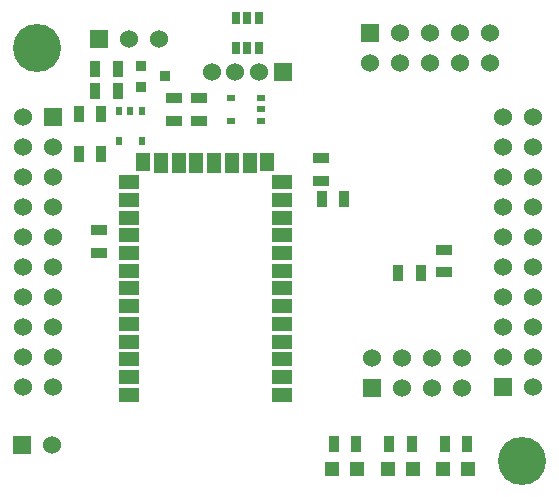
<source format=gts>
G04 (created by PCBNEW (2013-may-18)-stable) date Вт 16 фев 2016 22:09:58*
%MOIN*%
G04 Gerber Fmt 3.4, Leading zero omitted, Abs format*
%FSLAX34Y34*%
G01*
G70*
G90*
G04 APERTURE LIST*
%ADD10C,0.00590551*%
%ADD11R,0.036X0.036*%
%ADD12R,0.0276X0.0394*%
%ADD13R,0.02X0.03*%
%ADD14R,0.03X0.02*%
%ADD15R,0.035X0.055*%
%ADD16R,0.055X0.035*%
%ADD17R,0.06X0.06*%
%ADD18C,0.06*%
%ADD19R,0.0472X0.0472*%
%ADD20R,0.0669X0.0472*%
%ADD21R,0.0472X0.0629*%
%ADD22R,0.0472X0.0669*%
%ADD23C,0.16*%
G04 APERTURE END LIST*
G54D10*
G54D11*
X29200Y-17750D03*
X29200Y-17050D03*
X30000Y-17400D03*
G54D12*
X33125Y-16450D03*
X32750Y-16450D03*
X32375Y-16450D03*
X32375Y-15450D03*
X32750Y-15450D03*
X33125Y-15450D03*
G54D13*
X29225Y-18550D03*
X28475Y-18550D03*
X29225Y-19550D03*
X28850Y-18550D03*
X28475Y-19550D03*
G54D14*
X33200Y-18875D03*
X33200Y-18125D03*
X32200Y-18875D03*
X33200Y-18500D03*
X32200Y-18125D03*
G54D15*
X39325Y-29650D03*
X40075Y-29650D03*
G54D16*
X39300Y-23925D03*
X39300Y-23175D03*
G54D15*
X38525Y-23950D03*
X37775Y-23950D03*
X35975Y-21500D03*
X35225Y-21500D03*
G54D16*
X27800Y-23275D03*
X27800Y-22525D03*
X35200Y-20875D03*
X35200Y-20125D03*
X30300Y-18875D03*
X30300Y-18125D03*
G54D15*
X37475Y-29650D03*
X38225Y-29650D03*
G54D16*
X31150Y-18125D03*
X31150Y-18875D03*
G54D15*
X35625Y-29650D03*
X36375Y-29650D03*
X27675Y-17150D03*
X28425Y-17150D03*
X27675Y-17900D03*
X28425Y-17900D03*
X27875Y-18650D03*
X27125Y-18650D03*
X27875Y-20000D03*
X27125Y-20000D03*
G54D17*
X36900Y-27800D03*
G54D18*
X36900Y-26800D03*
X37900Y-27800D03*
X37900Y-26800D03*
X38900Y-27800D03*
X38900Y-26800D03*
X39900Y-27800D03*
X39900Y-26800D03*
G54D17*
X27800Y-16150D03*
G54D18*
X28800Y-16150D03*
X29800Y-16150D03*
G54D17*
X25250Y-29700D03*
G54D18*
X26250Y-29700D03*
G54D17*
X41287Y-27767D03*
G54D18*
X42287Y-27767D03*
X41287Y-26767D03*
X42287Y-26767D03*
X41287Y-25767D03*
X42287Y-25767D03*
X41287Y-24767D03*
X42287Y-24767D03*
X41287Y-23767D03*
X42287Y-23767D03*
X41287Y-22767D03*
X42287Y-22767D03*
X41287Y-21767D03*
X42287Y-21767D03*
X41287Y-20767D03*
X42287Y-20767D03*
X41287Y-19767D03*
X42287Y-19767D03*
X41287Y-18767D03*
X42287Y-18767D03*
G54D17*
X26287Y-18767D03*
G54D18*
X25287Y-18767D03*
X26287Y-19767D03*
X25287Y-19767D03*
X26287Y-20767D03*
X25287Y-20767D03*
X26287Y-21767D03*
X25287Y-21767D03*
X26287Y-22767D03*
X25287Y-22767D03*
X26287Y-23767D03*
X25287Y-23767D03*
X26287Y-24767D03*
X25287Y-24767D03*
X26287Y-25767D03*
X25287Y-25767D03*
X26287Y-26767D03*
X25287Y-26767D03*
X26287Y-27767D03*
X25287Y-27767D03*
G54D17*
X33931Y-17250D03*
G54D18*
X33143Y-17250D03*
X32356Y-17250D03*
X31568Y-17250D03*
G54D19*
X38263Y-30500D03*
X37437Y-30500D03*
X36413Y-30500D03*
X35587Y-30500D03*
X39287Y-30500D03*
X40113Y-30500D03*
G54D20*
X33909Y-22107D03*
X33909Y-21516D03*
X33909Y-20926D03*
X33909Y-22697D03*
X33909Y-23288D03*
X33909Y-23878D03*
X33909Y-24469D03*
X33909Y-25059D03*
X33909Y-25650D03*
X33909Y-26241D03*
X33909Y-26831D03*
X33909Y-27422D03*
X33909Y-28012D03*
G54D21*
X33417Y-20258D03*
G54D22*
X32825Y-20276D03*
X32235Y-20276D03*
X31645Y-20276D03*
X31055Y-20276D03*
X30465Y-20276D03*
X29875Y-20276D03*
G54D21*
X29285Y-20257D03*
G54D20*
X28791Y-20926D03*
X28791Y-21516D03*
X28791Y-22108D03*
X28791Y-22697D03*
X28791Y-23288D03*
X28791Y-23878D03*
X28791Y-24469D03*
X28791Y-25059D03*
X28791Y-25650D03*
X28791Y-26241D03*
X28791Y-26831D03*
X28791Y-27422D03*
X28791Y-28012D03*
G54D17*
X36850Y-15950D03*
G54D18*
X36850Y-16950D03*
X37850Y-15950D03*
X37850Y-16950D03*
X38850Y-15950D03*
X38850Y-16950D03*
X39850Y-15950D03*
X39850Y-16950D03*
X40850Y-15950D03*
X40850Y-16950D03*
G54D23*
X25750Y-16450D03*
X41893Y-30229D03*
M02*

</source>
